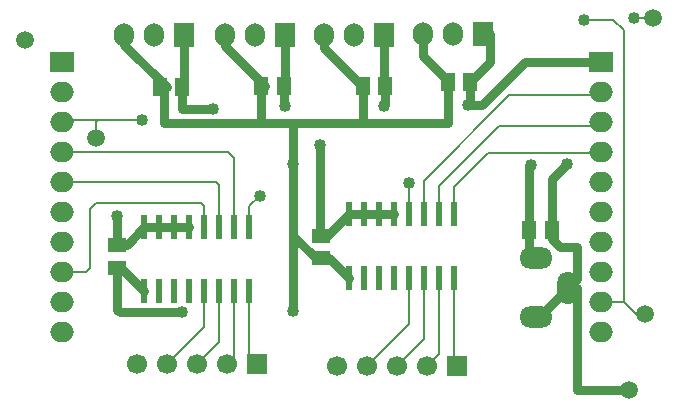
<source format=gbr>
G04 DipTrace 3.3.0.1*
G04 Top.gbr*
%MOIN*%
G04 #@! TF.FileFunction,Copper,L1,Top*
G04 #@! TF.Part,Single*
G04 #@! TA.AperFunction,Conductor*
%ADD13C,0.031496*%
%ADD14C,0.007874*%
%ADD15R,0.051181X0.059055*%
%ADD16R,0.059055X0.051181*%
G04 #@! TA.AperFunction,ComponentPad*
%ADD17C,0.059055*%
%ADD18R,0.023622X0.07874*%
G04 #@! TA.AperFunction,ComponentPad*
%ADD19R,0.07874X0.066929*%
%ADD20O,0.07874X0.066929*%
%ADD21O,0.110236X0.070866*%
%ADD22O,0.070866X0.110236*%
%ADD23R,0.066929X0.066929*%
%ADD24C,0.066929*%
%ADD25R,0.066929X0.07874*%
%ADD26O,0.066929X0.07874*%
G04 #@! TA.AperFunction,ViaPad*
%ADD27C,0.04*%
%FSLAX26Y26*%
G04*
G70*
G90*
G75*
G01*
G04 Top*
%LPD*%
X1484252Y889764D2*
D13*
X1508268D1*
X1575197Y822835D1*
X803150Y858268D2*
X814961D1*
X893701Y779528D1*
X2177165Y984252D2*
Y913386D1*
X2200787Y889764D1*
X2177165Y984252D2*
Y1196850D1*
X2181102Y1200787D1*
X1389764Y1204724D2*
Y964567D1*
X1464567Y889764D1*
X1484252D1*
X803150Y858268D2*
Y716535D1*
X811024Y708661D1*
X1019685D1*
X1389764Y964567D2*
Y712598D1*
Y1204724D2*
Y1338583D1*
X1622047D1*
Y1464567D1*
X1283465D2*
Y1338583D1*
X1389764D1*
X944882Y1460630D2*
X960630D1*
Y1338583D1*
X1389764D1*
X1905512Y1476378D2*
Y1338583D1*
X1389764D1*
X1823622Y1637795D2*
Y1562205D1*
X1909449Y1476378D1*
X1905512D1*
X1492913Y1633858D2*
Y1589764D1*
X1618110Y1464567D1*
X1622047D1*
X1162205Y1633858D2*
Y1597638D1*
X1295276Y1464567D1*
X1283465D1*
X827559Y1633858D2*
Y1601575D1*
X968504Y1460630D1*
X944882D1*
X1484252Y964567D2*
X1504331D1*
X1575197Y1035433D1*
X1625197D2*
X1575197D1*
X1675197D2*
X1625197D1*
X1725197D2*
X1675197D1*
X803150Y933071D2*
X834646D1*
X893701Y992126D1*
X943701D1*
X993701D2*
X943701D1*
X1043701D2*
X993701D1*
X2251969Y984252D2*
Y952756D1*
X2279528Y925197D1*
X2334646D1*
Y818897D1*
X2307087Y791338D1*
X1362205Y1633858D2*
Y1468504D1*
X1358268Y1464567D1*
X1692913Y1633858D2*
Y1468504D1*
X1696850Y1464567D1*
X2023622Y1637795D2*
X2047244D1*
Y1543307D1*
X1980315Y1476378D1*
X1027559Y1633858D2*
Y1468504D1*
X1019685Y1460630D1*
X2251969Y984252D2*
Y1153543D1*
X2303150Y1204724D1*
X1480315Y1267717D2*
Y968504D1*
X1484252Y964567D1*
X1980315Y1476378D2*
Y1409449D1*
X1972441Y1401575D1*
X1696850Y1464567D2*
Y1401575D1*
X1692913Y1397638D1*
X1358268Y1464567D2*
Y1401575D1*
X1362205Y1397638D1*
X1019685Y1460630D2*
Y1385827D1*
X1122047D1*
X803150Y1031496D2*
Y933071D1*
X2307087Y791338D2*
X2334646D1*
Y448819D1*
X2507874D1*
X2200787Y692913D2*
X2208661D1*
X2307087Y791338D1*
X2417323Y1544488D2*
X2162598D1*
X2019685Y1401575D1*
X1972441D1*
X1925197Y1035433D2*
D14*
Y1125984D1*
X2039370Y1240157D1*
X2412992D1*
X2417323Y1244488D1*
X1875197Y1035433D2*
Y1131102D1*
X2074803Y1330709D1*
X2403543D1*
X2417323Y1344488D1*
X1825197Y1035433D2*
Y1148031D1*
X2110236Y1433071D1*
X2405906D1*
X2417323Y1444488D1*
X1925197Y822835D2*
Y543307D1*
X1937008Y531496D1*
X1875197Y822835D2*
Y569685D1*
X1837008Y531496D1*
X1825197Y822835D2*
Y619685D1*
X1737008Y531496D1*
X1775197Y822835D2*
Y669685D1*
X1637008Y531496D1*
X1243701Y779528D2*
Y561811D1*
X1270079Y535433D1*
X1193701Y779528D2*
Y559055D1*
X1170079Y535433D1*
X1143701Y779528D2*
Y609055D1*
X1070079Y535433D1*
X1093701Y779528D2*
Y659055D1*
X970079Y535433D1*
X1775197Y1035433D2*
Y1141339D1*
X1775591Y1141732D1*
X1243701Y992126D2*
Y1062598D1*
X1279528Y1098425D1*
X1193701Y992126D2*
Y1223622D1*
X1172835Y1244488D1*
X618110D1*
X1143701Y992126D2*
Y1131890D1*
X1131102Y1144488D1*
X618110D1*
X1093701Y992126D2*
Y1062205D1*
X1081102Y1074803D1*
X732283D1*
X712598Y1055118D1*
Y858268D1*
X698819Y844488D1*
X618110D1*
X2358268Y1685039D2*
X2456693D1*
X2492126Y1649606D1*
Y744488D1*
X2417323D1*
X2562992Y704724D2*
X2531890D1*
X2492126Y744488D1*
X2590551Y1688976D2*
X2527559D1*
X885827Y1350394D2*
X739587D1*
X624016D1*
X618110Y1344488D1*
X885827Y1350394D2*
X624016D1*
X732283Y1291339D2*
Y1343091D1*
X739587Y1350394D1*
D27*
X1279528Y1098425D3*
X1775591Y1141732D3*
X2181102Y1200787D3*
X1389764Y1204724D3*
X1019685Y708661D3*
X1389764Y712598D3*
X2303150Y1204724D3*
X1480315Y1267717D3*
X1122047Y1385827D3*
X1362205Y1397638D3*
X1692913D3*
X1972441Y1401575D3*
X803150Y1031496D3*
X885827Y1350394D3*
X2358268Y1685039D3*
X2527559Y1688976D3*
D15*
X2177165Y984252D3*
X2251969D3*
X1622047Y1464567D3*
X1696850D3*
X1905512Y1476378D3*
X1980315D3*
X1283465Y1464567D3*
X1358268D3*
X944882Y1460630D3*
X1019685D3*
D16*
X1484252Y889764D3*
Y964567D3*
X803150Y858268D3*
Y933071D3*
D17*
X2507874Y448819D3*
D18*
X1925197Y1035433D3*
X1875197D3*
X1825197D3*
X1775197D3*
X1725197D3*
X1675197D3*
X1625197D3*
X1575197D3*
Y822835D3*
X1625197D3*
X1675197D3*
X1725197D3*
X1775197D3*
X1825197D3*
X1875197D3*
X1925197D3*
X1243701Y992126D3*
X1193701D3*
X1143701D3*
X1093701D3*
X1043701D3*
X993701D3*
X943701D3*
X893701D3*
Y779528D3*
X943701D3*
X993701D3*
X1043701D3*
X1093701D3*
X1143701D3*
X1193701D3*
X1243701D3*
D19*
X618110Y1544488D3*
D20*
Y1444488D3*
Y1344488D3*
Y1244488D3*
Y1144488D3*
Y1044488D3*
Y944488D3*
Y844488D3*
Y744488D3*
Y644488D3*
D19*
X2417323Y1544488D3*
D20*
Y1444488D3*
Y1344488D3*
Y1244488D3*
Y1144488D3*
Y1044488D3*
Y944488D3*
Y844488D3*
Y744488D3*
Y644488D3*
D21*
X2200787Y889763D3*
Y692913D3*
D22*
X2307087Y791338D3*
D23*
X1937008Y531496D3*
D24*
X1837008D3*
X1737008D3*
X1637008D3*
X1537008D3*
D23*
X1270079Y535433D3*
D24*
X1170079D3*
X1070079D3*
X970079D3*
X870079D3*
D25*
X1692913Y1633858D3*
D26*
X1592913D3*
X1492913D3*
D25*
X2023622Y1637795D3*
D26*
X1923622D3*
X1823622D3*
D25*
X1362205Y1633858D3*
D26*
X1262205D3*
X1162205D3*
D25*
X1027559D3*
D26*
X927559D3*
X827559D3*
D17*
X2562992Y704724D3*
X2590551Y1688976D3*
X732283Y1291339D3*
X496063Y1618110D3*
M02*

</source>
